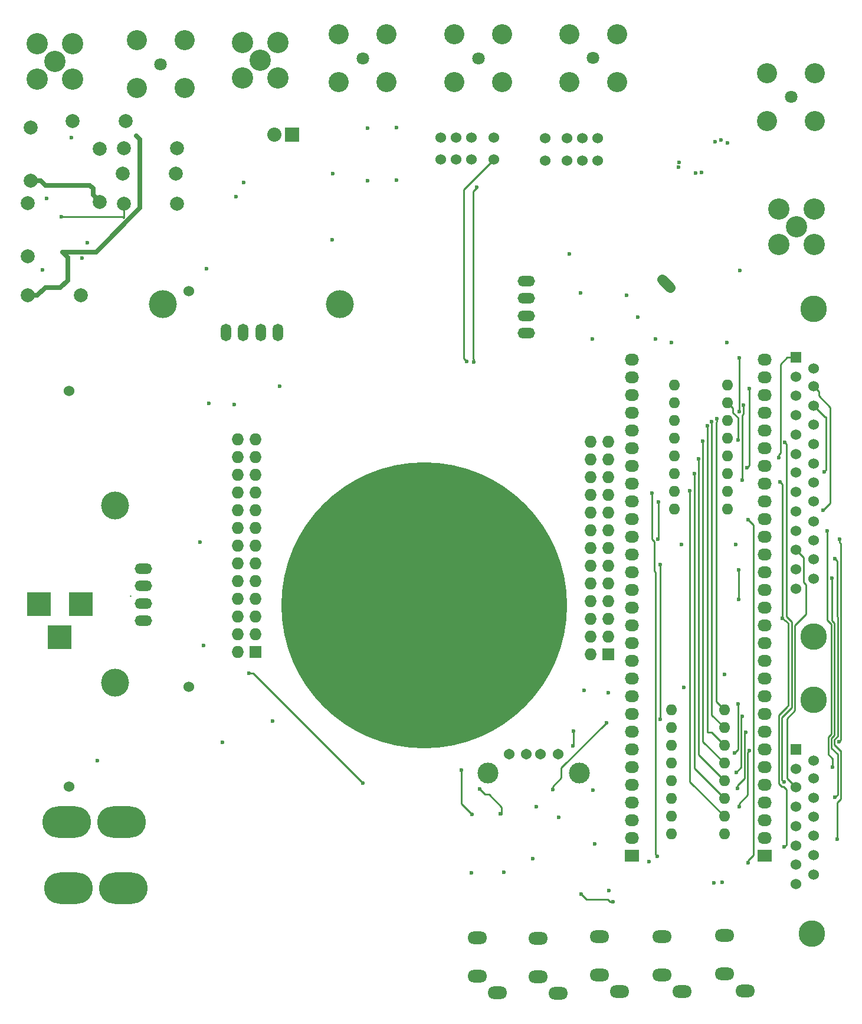
<source format=gbr>
G04 #@! TF.FileFunction,Copper,L4,Bot,Signal*
%FSLAX46Y46*%
G04 Gerber Fmt 4.6, Leading zero omitted, Abs format (unit mm)*
G04 Created by KiCad (PCBNEW 4.0.1-3.201512221401+6198~38~ubuntu15.10.1-stable) date Mon 22 Aug 2016 05:07:10 AM PDT*
%MOMM*%
G01*
G04 APERTURE LIST*
%ADD10C,0.100000*%
%ADD11C,1.998980*%
%ADD12R,1.727200X1.727200*%
%ADD13O,1.727200X1.727200*%
%ADD14O,2.499360X1.501140*%
%ADD15C,1.524000*%
%ADD16C,1.800000*%
%ADD17C,2.880000*%
%ADD18C,3.048000*%
%ADD19R,2.032000X2.032000*%
%ADD20O,2.032000X2.032000*%
%ADD21C,4.000000*%
%ADD22O,7.000000X4.500000*%
%ADD23O,1.501140X2.499360*%
%ADD24C,41.000000*%
%ADD25C,1.540000*%
%ADD26C,3.000000*%
%ADD27O,1.600000X1.600000*%
%ADD28R,2.032000X1.727200*%
%ADD29O,2.032000X1.727200*%
%ADD30C,3.810000*%
%ADD31R,1.524000X1.524000*%
%ADD32O,2.800000X1.800000*%
%ADD33R,3.500120X3.500120*%
%ADD34C,0.600000*%
%ADD35C,0.250000*%
%ADD36C,1.420000*%
%ADD37C,0.700000*%
G04 APERTURE END LIST*
D10*
D11*
X62150000Y-46265000D03*
X69770000Y-46265000D03*
D12*
X81017900Y-118459700D03*
D13*
X78477900Y-118459700D03*
X81017900Y-115919700D03*
X78477900Y-115919700D03*
X81017900Y-113379700D03*
X78477900Y-113379700D03*
X81017900Y-110839700D03*
X78477900Y-110839700D03*
X81017900Y-108299700D03*
X78477900Y-108299700D03*
X81017900Y-105759700D03*
X78477900Y-105759700D03*
X81017900Y-103219700D03*
X78477900Y-103219700D03*
X81017900Y-100679700D03*
X78477900Y-100679700D03*
X81017900Y-98139700D03*
X78477900Y-98139700D03*
X81017900Y-95599700D03*
X78477900Y-95599700D03*
X81017900Y-93059700D03*
X78477900Y-93059700D03*
X81017900Y-90519700D03*
X78477900Y-90519700D03*
X81017900Y-87979700D03*
X78477900Y-87979700D03*
D12*
X131612160Y-118838160D03*
D13*
X129072160Y-118838160D03*
X131612160Y-116298160D03*
X129072160Y-116298160D03*
X131612160Y-113758160D03*
X129072160Y-113758160D03*
X131612160Y-111218160D03*
X129072160Y-111218160D03*
X131612160Y-108678160D03*
X129072160Y-108678160D03*
X131612160Y-106138160D03*
X129072160Y-106138160D03*
X131612160Y-103598160D03*
X129072160Y-103598160D03*
X131612160Y-101058160D03*
X129072160Y-101058160D03*
X131612160Y-98518160D03*
X129072160Y-98518160D03*
X131612160Y-95978160D03*
X129072160Y-95978160D03*
X131612160Y-93438160D03*
X129072160Y-93438160D03*
X131612160Y-90898160D03*
X129072160Y-90898160D03*
X131612160Y-88358160D03*
X129072160Y-88358160D03*
D14*
X119855000Y-70275000D03*
X119855000Y-72775000D03*
X119855000Y-67775000D03*
X119855000Y-65275000D03*
D15*
X115200000Y-44705000D03*
X112000000Y-44705000D03*
X109800000Y-44705000D03*
X107600000Y-44705000D03*
X115200000Y-47905000D03*
X112000000Y-47905000D03*
X109800000Y-47905000D03*
X107600000Y-47905000D03*
D16*
X113005000Y-33385000D03*
D17*
X116435000Y-36815000D03*
X109575000Y-36815000D03*
X109575000Y-29955000D03*
X116435000Y-29955000D03*
D16*
X129450000Y-33330000D03*
D17*
X132880000Y-36760000D03*
X126020000Y-36760000D03*
X126020000Y-29900000D03*
X132880000Y-29900000D03*
D15*
X122550000Y-48005000D03*
X125750000Y-48005000D03*
X127950000Y-48005000D03*
X130150000Y-48005000D03*
X122550000Y-44805000D03*
X125750000Y-44805000D03*
X127950000Y-44805000D03*
X130150000Y-44805000D03*
D18*
X158626227Y-57543329D03*
X161166227Y-55003329D03*
X161166227Y-60083329D03*
X156086227Y-60083329D03*
X156086227Y-55003329D03*
D16*
X157861600Y-38929680D03*
D17*
X154431600Y-42359680D03*
X154431600Y-35499680D03*
X161291600Y-35499680D03*
X161291600Y-42359680D03*
D16*
X96375000Y-33365000D03*
D17*
X99805000Y-36795000D03*
X92945000Y-36795000D03*
X92945000Y-29935000D03*
X99805000Y-29935000D03*
D18*
X81685000Y-33625000D03*
X79145000Y-31085000D03*
X84225000Y-31085000D03*
X84225000Y-36165000D03*
X79145000Y-36165000D03*
D19*
X86245000Y-44330000D03*
D20*
X83705000Y-44330000D03*
D16*
X67410000Y-34230000D03*
D17*
X70840000Y-37660000D03*
X63980000Y-37660000D03*
X63980000Y-30800000D03*
X70840000Y-30800000D03*
D11*
X69720000Y-54210000D03*
X62100000Y-54210000D03*
X69575000Y-49895000D03*
X61955000Y-49895000D03*
D21*
X60880000Y-97450000D03*
X60880000Y-122850000D03*
D14*
X64925000Y-111520000D03*
X64925000Y-114020000D03*
X64925000Y-109020000D03*
X64925000Y-106520000D03*
D22*
X54140000Y-152325000D03*
X62040000Y-152325000D03*
D21*
X67675000Y-68590000D03*
X93075000Y-68590000D03*
D22*
X53880000Y-142835000D03*
X61780000Y-142835000D03*
D15*
X71415000Y-66755000D03*
X71415000Y-123455000D03*
D23*
X79240000Y-72705000D03*
X76740000Y-72705000D03*
X81740000Y-72705000D03*
X84240000Y-72705000D03*
D24*
X105250000Y-111805000D03*
D25*
X119900000Y-133105000D03*
X121900000Y-133105000D03*
X117400000Y-133105000D03*
X124400000Y-133105000D03*
D26*
X114330000Y-135815000D03*
X127470000Y-135815000D03*
D27*
X140700000Y-126800000D03*
X140700000Y-129340000D03*
X140700000Y-131880000D03*
X140700000Y-134420000D03*
X140700000Y-136960000D03*
X140700000Y-139500000D03*
X140700000Y-142040000D03*
X140700000Y-144580000D03*
X148320000Y-144580000D03*
X148320000Y-142040000D03*
X148320000Y-139500000D03*
X148320000Y-136960000D03*
X148320000Y-134420000D03*
X148320000Y-131880000D03*
X148320000Y-129340000D03*
X148320000Y-126800000D03*
D28*
X154100000Y-147680000D03*
D29*
X154100000Y-145140000D03*
X154100000Y-142600000D03*
X154100000Y-140060000D03*
X154100000Y-137520000D03*
X154100000Y-134980000D03*
X154100000Y-132440000D03*
X154100000Y-129900000D03*
X154100000Y-127360000D03*
X154100000Y-124820000D03*
X154100000Y-122280000D03*
X154100000Y-119740000D03*
X154100000Y-117200000D03*
X154100000Y-114660000D03*
X154100000Y-112120000D03*
X154100000Y-109580000D03*
X154100000Y-107040000D03*
X154100000Y-104500000D03*
X154100000Y-101960000D03*
X154100000Y-99420000D03*
X154100000Y-96880000D03*
X154100000Y-94340000D03*
X154100000Y-91800000D03*
X154100000Y-89260000D03*
X154100000Y-86720000D03*
X154100000Y-84180000D03*
X154100000Y-81640000D03*
X154100000Y-79100000D03*
X154100000Y-76560000D03*
D28*
X135050000Y-147680000D03*
D29*
X135050000Y-145140000D03*
X135050000Y-142600000D03*
X135050000Y-140060000D03*
X135050000Y-137520000D03*
X135050000Y-134980000D03*
X135050000Y-132440000D03*
X135050000Y-129900000D03*
X135050000Y-127360000D03*
X135050000Y-124820000D03*
X135050000Y-122280000D03*
X135050000Y-119740000D03*
X135050000Y-117200000D03*
X135050000Y-114660000D03*
X135050000Y-112120000D03*
X135050000Y-109580000D03*
X135050000Y-107040000D03*
X135050000Y-104500000D03*
X135050000Y-101960000D03*
X135050000Y-99420000D03*
X135050000Y-96880000D03*
X135050000Y-94340000D03*
X135050000Y-91800000D03*
X135050000Y-89260000D03*
X135050000Y-86720000D03*
X135050000Y-84180000D03*
X135050000Y-81640000D03*
X135050000Y-79100000D03*
X135050000Y-76560000D03*
D27*
X141095000Y-80185000D03*
X141095000Y-82725000D03*
X141095000Y-85265000D03*
X141095000Y-87805000D03*
X141095000Y-90345000D03*
X141095000Y-92885000D03*
X141095000Y-95425000D03*
X141095000Y-97965000D03*
X148715000Y-97965000D03*
X148715000Y-95425000D03*
X148715000Y-92885000D03*
X148715000Y-90345000D03*
X148715000Y-87805000D03*
X148715000Y-85265000D03*
X148715000Y-82725000D03*
X148715000Y-80185000D03*
D30*
X160835000Y-158855000D03*
X161089000Y-125327000D03*
D31*
X158549000Y-132439000D03*
D15*
X158549000Y-135233000D03*
X158549000Y-137900000D03*
X158549000Y-140694000D03*
X158549000Y-143488000D03*
X158549000Y-146282000D03*
X158549000Y-148949000D03*
X158549000Y-151743000D03*
X161089000Y-134013800D03*
X161089000Y-136553800D03*
X161089000Y-139347800D03*
X161089000Y-142091000D03*
X161089000Y-144834200D03*
X161089000Y-147628200D03*
X161089000Y-150371400D03*
D30*
X161065000Y-116250000D03*
X161065000Y-69260000D03*
D31*
X158525000Y-76245000D03*
D15*
X158525000Y-79039000D03*
X158525000Y-81706000D03*
X158525000Y-84500000D03*
X158525000Y-87294000D03*
X158525000Y-90088000D03*
X158525000Y-92755000D03*
X158525000Y-95549000D03*
X158525000Y-98343000D03*
X158525000Y-101137000D03*
X158525000Y-103804000D03*
X158525000Y-106598000D03*
X158525000Y-109392000D03*
X161065000Y-77819800D03*
X161065000Y-80359800D03*
X161065000Y-83153800D03*
X161065000Y-85897000D03*
X161065000Y-88640200D03*
X161065000Y-91434200D03*
X161065000Y-94177400D03*
X161065000Y-96920600D03*
X161065000Y-99765400D03*
X161065000Y-102457800D03*
X161065000Y-105201000D03*
X161065000Y-107995000D03*
D32*
X142235000Y-167200000D03*
X139335000Y-164800000D03*
X139335000Y-159300000D03*
X133225000Y-167175000D03*
X130325000Y-164775000D03*
X130325000Y-159275000D03*
X151245000Y-167045000D03*
X148345000Y-164645000D03*
X148345000Y-159145000D03*
X124470000Y-167420000D03*
X121570000Y-165020000D03*
X121570000Y-159520000D03*
X115720000Y-167335000D03*
X112820000Y-164935000D03*
X112820000Y-159435000D03*
D33*
X55910000Y-111645000D03*
X49910520Y-111645000D03*
X52910260Y-116344000D03*
D18*
X52250000Y-33835000D03*
X49710000Y-36375000D03*
X49710000Y-31295000D03*
X54790000Y-31295000D03*
X54790000Y-36375000D03*
D11*
X48780000Y-50940000D03*
X48780000Y-43320000D03*
X62390000Y-42375000D03*
X54770000Y-42375000D03*
X48340000Y-61780000D03*
X48340000Y-54160000D03*
X58685000Y-46345000D03*
X58685000Y-53965000D03*
X55910000Y-67360000D03*
X48290000Y-67360000D03*
D15*
X54215000Y-81045000D03*
X54215000Y-137745000D03*
D34*
X140085000Y-66410000D03*
X146830000Y-151575000D03*
X129405000Y-138250000D03*
X134275000Y-67325000D03*
X54570000Y-44710000D03*
X50420000Y-63680000D03*
X84490000Y-80400000D03*
X74275000Y-82815000D03*
X58280000Y-134080000D03*
X73520000Y-117580000D03*
X73066000Y-102719000D03*
X76255000Y-131460000D03*
X121330000Y-140685000D03*
X148005000Y-151530000D03*
X128170000Y-123995000D03*
X142485000Y-123595000D03*
X142120000Y-103105000D03*
X51016000Y-53420000D03*
X79350000Y-51200000D03*
X78240000Y-53235000D03*
X148685000Y-74145000D03*
X135830430Y-70450000D03*
X145050000Y-49730000D03*
X150545000Y-63815000D03*
X144200000Y-49780000D03*
X141715000Y-48975000D03*
X147000000Y-45355000D03*
X148700000Y-45455000D03*
X147815000Y-45035000D03*
X141815000Y-48315000D03*
X127680000Y-67000000D03*
X126080000Y-61375000D03*
X101250000Y-50835000D03*
X97100000Y-50935000D03*
X148295000Y-121655000D03*
X149905000Y-103105000D03*
X140695000Y-74115000D03*
X138435000Y-73645000D03*
X139080000Y-128140000D03*
X139080000Y-105960000D03*
X131350000Y-128625000D03*
X123685000Y-138180000D03*
X127740000Y-153170000D03*
X132320000Y-154290000D03*
X92060000Y-49865000D03*
X97100000Y-43375000D03*
X101250000Y-43275000D03*
X56145000Y-61975010D03*
X56905000Y-59770000D03*
X83490000Y-128380000D03*
X131600000Y-124360000D03*
X74010000Y-63565000D03*
X92045000Y-59410000D03*
X129340000Y-73645000D03*
X113140000Y-138110000D03*
X96410000Y-137290000D03*
X116180000Y-141680000D03*
X80075000Y-121550000D03*
X112060000Y-141770000D03*
X110560000Y-135400000D03*
X111345000Y-76860000D03*
X146478578Y-85461014D03*
X112760000Y-51860000D03*
X112325000Y-76920000D03*
X147190000Y-85045000D03*
X150255000Y-125920000D03*
X149760000Y-132935000D03*
X150880010Y-127665000D03*
X149980000Y-135745000D03*
X151385000Y-129955000D03*
X150155000Y-138035000D03*
X151855000Y-132630000D03*
X150390001Y-140625001D03*
X126570000Y-131940000D03*
X126605000Y-129845000D03*
X150360000Y-106670000D03*
X150310000Y-110935000D03*
X63920000Y-44440000D03*
X53290000Y-61125000D03*
X53150000Y-56055000D03*
X144594980Y-90800000D03*
X145219990Y-88220000D03*
X77985000Y-82960000D03*
X151680000Y-148715000D03*
X151680000Y-99505000D03*
X162425000Y-98175000D03*
X138665000Y-147760000D03*
X137861390Y-95691390D03*
X137445000Y-148495000D03*
X164725000Y-131325000D03*
X164790000Y-102345000D03*
X163815000Y-135020000D03*
X163010000Y-101125000D03*
X164460000Y-145285000D03*
X164110000Y-105115000D03*
X150244990Y-88071390D03*
X156960010Y-88435000D03*
X156845000Y-137145000D03*
X164180000Y-139310000D03*
X163695000Y-107910000D03*
X138780000Y-102320000D03*
X138860000Y-96945000D03*
X162610000Y-92620000D03*
X156285000Y-94110000D03*
X156592566Y-113624202D03*
X156885000Y-146450000D03*
X156088610Y-90611390D03*
X151830000Y-80685000D03*
X151495010Y-92040000D03*
X151065000Y-83075000D03*
X150870000Y-93835000D03*
X150410000Y-76335000D03*
X150425000Y-84055000D03*
X143344960Y-95370000D03*
X143969970Y-92880000D03*
X145845000Y-86070000D03*
X124505000Y-142185000D03*
X129720000Y-145965000D03*
X116640000Y-150090000D03*
X112000000Y-150165000D03*
X120765000Y-148080000D03*
X131750000Y-152660000D03*
D35*
X63015000Y-110450000D02*
X63015000Y-110395000D01*
D36*
X140535000Y-66235000D02*
X139370000Y-65070000D01*
D35*
X139080000Y-105960000D02*
X139080000Y-128140000D01*
X124895000Y-135080000D02*
X131350000Y-128625000D01*
X124895000Y-136545736D02*
X124895000Y-135080000D01*
X123685000Y-138180000D02*
X123685000Y-137755736D01*
X123685000Y-137755736D02*
X124895000Y-136545736D01*
X131555736Y-153950000D02*
X128520000Y-153950000D01*
X128520000Y-153950000D02*
X127740000Y-153170000D01*
X132320000Y-154290000D02*
X131895736Y-154290000D01*
X131895736Y-154290000D02*
X131555736Y-153950000D01*
X114505000Y-138895000D02*
X113925000Y-138895000D01*
X113925000Y-138895000D02*
X113140000Y-138110000D01*
X80670000Y-121550000D02*
X96410000Y-137290000D01*
X80075000Y-121550000D02*
X80670000Y-121550000D01*
X116335000Y-141720000D02*
X116220000Y-141720000D01*
X116220000Y-141720000D02*
X116180000Y-141680000D01*
X116335000Y-140725000D02*
X116335000Y-141720000D01*
X114505000Y-138895000D02*
X116335000Y-140725000D01*
X110560000Y-140270000D02*
X112060000Y-141770000D01*
X110560000Y-135400000D02*
X110560000Y-140270000D01*
X111345000Y-76860000D02*
X110912999Y-76427999D01*
X110912999Y-76427999D02*
X110912999Y-52192001D01*
X110912999Y-52192001D02*
X114438001Y-48666999D01*
X114438001Y-48666999D02*
X115200000Y-47905000D01*
X146478578Y-85461014D02*
X146478578Y-127498578D01*
X146478578Y-127498578D02*
X148320000Y-129340000D01*
X112685000Y-52005000D02*
X112760000Y-51930000D01*
X112760000Y-51930000D02*
X112760000Y-51860000D01*
X112285000Y-52405000D02*
X112685000Y-52005000D01*
X112285000Y-76455736D02*
X112285000Y-52405000D01*
X112325000Y-76920000D02*
X112325000Y-76495736D01*
X112325000Y-76495736D02*
X112285000Y-76455736D01*
X147095000Y-85564264D02*
X147095000Y-125575000D01*
X147095000Y-125575000D02*
X148320000Y-126800000D01*
X147190000Y-85045000D02*
X147190000Y-85469264D01*
X147190000Y-85469264D02*
X147095000Y-85564264D01*
X150255000Y-132440000D02*
X150255000Y-125920000D01*
X149760000Y-132935000D02*
X150255000Y-132440000D01*
X150705009Y-127829991D02*
X150880010Y-127665000D01*
X150870000Y-127665000D02*
X150880010Y-127665000D01*
X149980000Y-135745000D02*
X150705009Y-135019991D01*
X150705009Y-135019991D02*
X150705009Y-127829991D01*
X151155019Y-130134981D02*
X151335000Y-129955000D01*
X151335000Y-129955000D02*
X151385000Y-129955000D01*
X151155019Y-136610717D02*
X151155019Y-130134981D01*
X150155000Y-138035000D02*
X150155000Y-137610736D01*
X150155000Y-137610736D02*
X151155019Y-136610717D01*
X151655000Y-132830000D02*
X151855000Y-132630000D01*
X151655000Y-138935738D02*
X151655000Y-132830000D01*
X150390001Y-140625001D02*
X150390001Y-140200737D01*
X150390001Y-140200737D02*
X151655000Y-138935738D01*
X126605000Y-129845000D02*
X126605000Y-131905000D01*
X126605000Y-131905000D02*
X126570000Y-131940000D01*
X150310000Y-110935000D02*
X150310000Y-106720000D01*
X150310000Y-106720000D02*
X150360000Y-106670000D01*
D37*
X58685000Y-53965000D02*
X57685511Y-52965511D01*
X57685511Y-51990511D02*
X57250000Y-51555000D01*
X57685511Y-52965511D02*
X57685511Y-51990511D01*
X57250000Y-51555000D02*
X50830000Y-51555000D01*
X50830000Y-51555000D02*
X50215000Y-50940000D01*
X50215000Y-50940000D02*
X48780000Y-50940000D01*
X64435000Y-45220000D02*
X64435000Y-44955000D01*
X64435000Y-44955000D02*
X63920000Y-44440000D01*
X54045000Y-65190000D02*
X54045000Y-61880000D01*
X54045000Y-61880000D02*
X53290000Y-61125000D01*
X53000000Y-66235000D02*
X54045000Y-65190000D01*
X50828492Y-66235000D02*
X53000000Y-66235000D01*
X48290000Y-67360000D02*
X49703492Y-67360000D01*
X49703492Y-67360000D02*
X50828492Y-66235000D01*
X58134608Y-61125000D02*
X53290000Y-61125000D01*
X64435000Y-45220000D02*
X64435000Y-54824608D01*
X64435000Y-54824608D02*
X58134608Y-61125000D01*
D35*
X61950000Y-56055000D02*
X53150000Y-56055000D01*
X62100000Y-56205000D02*
X61950000Y-56055000D01*
X62100000Y-55623492D02*
X62100000Y-56205000D01*
X62100000Y-54210000D02*
X62100000Y-55623492D01*
X62100000Y-55623492D02*
X62105000Y-55628492D01*
X144594980Y-90800000D02*
X144594980Y-133234980D01*
X144594980Y-133234980D02*
X148320000Y-136960000D01*
X145219990Y-88220000D02*
X145219990Y-131319990D01*
X145219990Y-131319990D02*
X148320000Y-134420000D01*
X151680000Y-148380000D02*
X151680000Y-148715000D01*
X152480001Y-147579999D02*
X151680000Y-148380000D01*
X151680000Y-99505000D02*
X152480001Y-100305001D01*
X152480001Y-100305001D02*
X152480001Y-147579999D01*
X163470000Y-97130000D02*
X162425000Y-98175000D01*
X163470000Y-83385000D02*
X163470000Y-97130000D01*
X161826999Y-81741999D02*
X163470000Y-83385000D01*
X161065000Y-80359800D02*
X161826999Y-81121799D01*
X161826999Y-81121799D02*
X161826999Y-81741999D01*
X138370000Y-147465000D02*
X138665000Y-147760000D01*
X138210000Y-106860000D02*
X138370000Y-107020000D01*
X138370000Y-107020000D02*
X138370000Y-147465000D01*
X138210000Y-102675002D02*
X138210000Y-106860000D01*
X137861390Y-95691390D02*
X137861390Y-102326392D01*
X137861390Y-102326392D02*
X138210000Y-102675002D01*
X164984990Y-102964254D02*
X164984990Y-131065010D01*
X164984990Y-131065010D02*
X164725000Y-131325000D01*
X164790000Y-102345000D02*
X164790000Y-102769264D01*
X164790000Y-102769264D02*
X164984990Y-102964254D01*
X163194980Y-133154980D02*
X163815000Y-133775000D01*
X163815000Y-133775000D02*
X163815000Y-135020000D01*
X163010000Y-113906410D02*
X163634960Y-114531370D01*
X163634960Y-114531370D02*
X163634960Y-130217218D01*
X163634960Y-130217218D02*
X163194980Y-130657198D01*
X163194980Y-130657198D02*
X163194980Y-133154980D01*
X163010000Y-101125000D02*
X163010000Y-113906410D01*
X157250000Y-128040000D02*
X157250000Y-136601000D01*
X157250000Y-136601000D02*
X158549000Y-137900000D01*
X158420000Y-126870000D02*
X157250000Y-128040000D01*
X158420000Y-114690000D02*
X158420000Y-126870000D01*
X160030000Y-113080000D02*
X158420000Y-114690000D01*
X160030000Y-108855000D02*
X160030000Y-113080000D01*
X159665000Y-108490000D02*
X160030000Y-108855000D01*
X159665000Y-104944000D02*
X159665000Y-108490000D01*
X158525000Y-103804000D02*
X159665000Y-104944000D01*
X164460000Y-140045000D02*
X164460000Y-145285000D01*
X164985000Y-139520000D02*
X164460000Y-140045000D01*
X164985000Y-132620000D02*
X164985000Y-139520000D01*
X164945000Y-132580000D02*
X164985000Y-132620000D01*
X164095000Y-131730000D02*
X164945000Y-132580000D01*
X164095000Y-131029998D02*
X164095000Y-131730000D01*
X164534980Y-130270000D02*
X164534980Y-130590018D01*
X164534980Y-130590018D02*
X164095000Y-131029998D01*
X164534980Y-128375000D02*
X164534980Y-130270000D01*
X164534980Y-119555000D02*
X164534980Y-128375000D01*
X164534980Y-116575000D02*
X164534980Y-119555000D01*
X164534980Y-113464980D02*
X164534980Y-116575000D01*
X164460000Y-112965000D02*
X164460000Y-113390000D01*
X164460000Y-113390000D02*
X164534980Y-113464980D01*
X164460000Y-106720000D02*
X164460000Y-105465000D01*
X164460000Y-106880000D02*
X164460000Y-106720000D01*
X164460000Y-106720000D02*
X164460000Y-112965000D01*
X164460000Y-105465000D02*
X164110000Y-105115000D01*
X148715000Y-82725000D02*
X149514999Y-83524999D01*
X149514999Y-83524999D02*
X149514999Y-84164999D01*
X149514999Y-84164999D02*
X150244990Y-84894990D01*
X150244990Y-84894990D02*
X150244990Y-88071390D01*
X157170000Y-113385020D02*
X157170000Y-88644990D01*
X157170000Y-88644990D02*
X156960010Y-88435000D01*
X157969990Y-114185010D02*
X157170000Y-113385020D01*
X157969990Y-126475010D02*
X157969990Y-114185010D01*
X156845000Y-137145000D02*
X156545001Y-136845001D01*
X156545001Y-127899999D02*
X157969990Y-126475010D01*
X156545001Y-136845001D02*
X156545001Y-127899999D01*
X164534990Y-133159990D02*
X164534990Y-138955010D01*
X164534990Y-138955010D02*
X164180000Y-139310000D01*
X164084970Y-119368600D02*
X164084970Y-130403618D01*
X163644990Y-130843598D02*
X163644990Y-132269990D01*
X164084970Y-130403618D02*
X163644990Y-130843598D01*
X163644990Y-132269990D02*
X164534990Y-133159990D01*
X163695000Y-113955000D02*
X164084970Y-114344970D01*
X164084970Y-114344970D02*
X164084970Y-119368600D01*
X163695000Y-107910000D02*
X163695000Y-113955000D01*
X138740000Y-102200000D02*
X138740000Y-102280000D01*
X138740000Y-102280000D02*
X138780000Y-102320000D01*
X138860000Y-102080000D02*
X138740000Y-102200000D01*
X138860000Y-96945000D02*
X138860000Y-102080000D01*
X162909999Y-84819999D02*
X162731199Y-84819999D01*
X162731199Y-84819999D02*
X161065000Y-83153800D01*
X162610000Y-92620000D02*
X162909999Y-92320001D01*
X162909999Y-92320001D02*
X162909999Y-84819999D01*
X156605000Y-113187504D02*
X156605000Y-94430000D01*
X156605000Y-94430000D02*
X156285000Y-94110000D01*
X156592566Y-113624202D02*
X156592566Y-113199938D01*
X156592566Y-113199938D02*
X156605000Y-113187504D01*
X157490000Y-114341430D02*
X156592566Y-113624202D01*
X156719991Y-113571421D02*
X156645347Y-113571421D01*
X156645347Y-113571421D02*
X156592566Y-113624202D01*
X157170000Y-126420000D02*
X157490000Y-126100000D01*
X157490000Y-126100000D02*
X157490000Y-114341430D01*
X156094991Y-127495009D02*
X157170000Y-126420000D01*
X156094991Y-137031401D02*
X156094991Y-127495009D01*
X156094992Y-137319994D02*
X156094991Y-137031401D01*
X156779999Y-137770001D02*
X156544999Y-137770001D01*
X156544999Y-137770001D02*
X156094992Y-137319994D01*
X157184999Y-138175001D02*
X156779999Y-137770001D01*
X156885000Y-146450000D02*
X157184999Y-146150001D01*
X157184999Y-146150001D02*
X157184999Y-138175001D01*
X157365000Y-76245000D02*
X158525000Y-76245000D01*
X156335000Y-77235000D02*
X157325000Y-76245000D01*
X157325000Y-76245000D02*
X157365000Y-76245000D01*
X156335000Y-89940736D02*
X156335000Y-77235000D01*
X156088610Y-90611390D02*
X156088610Y-90187126D01*
X156088610Y-90187126D02*
X156335000Y-89940736D01*
X151495010Y-92040000D02*
X151830000Y-91705010D01*
X151830000Y-91705010D02*
X151830000Y-80685000D01*
X150870000Y-93835000D02*
X150870000Y-84535002D01*
X150870000Y-84535002D02*
X151065000Y-84340002D01*
X151065000Y-84340002D02*
X151065000Y-83075000D01*
X150410000Y-76335000D02*
X150410000Y-84040000D01*
X150410000Y-84040000D02*
X150425000Y-84055000D01*
X143344960Y-95370000D02*
X143344960Y-137064960D01*
X143344960Y-137064960D02*
X148320000Y-142040000D01*
X143969970Y-92880000D02*
X143969970Y-135149970D01*
X143969970Y-135149970D02*
X148320000Y-139500000D01*
X145845000Y-130030000D02*
X146470000Y-130030000D01*
X146470000Y-130030000D02*
X148320000Y-131880000D01*
X145845000Y-86070000D02*
X145845000Y-130030000D01*
M02*

</source>
